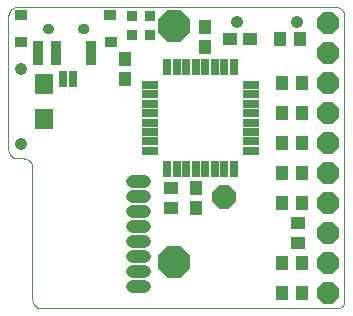
<source format=gts>
G75*
%MOIN*%
%OFA0B0*%
%FSLAX25Y25*%
%IPPOS*%
%LPD*%
%AMOC8*
5,1,8,0,0,1.08239X$1,22.5*
%
%ADD10C,0.00000*%
%ADD11R,0.04337X0.04731*%
%ADD12R,0.04731X0.04337*%
%ADD13R,0.02600X0.05400*%
%ADD14R,0.05400X0.02600*%
%ADD15C,0.04400*%
%ADD16R,0.03550X0.03550*%
%ADD17C,0.04200*%
%ADD18OC8,0.10400*%
%ADD19R,0.05912X0.06699*%
%ADD20R,0.03550X0.08274*%
%ADD21R,0.03943X0.03550*%
%ADD22R,0.04337X0.03550*%
%ADD23C,0.03550*%
%ADD24OC8,0.07400*%
%ADD25R,0.02900X0.05400*%
%ADD26OC8,0.08000*%
D10*
X0086078Y0053500D02*
X0086185Y0053498D01*
X0086292Y0053492D01*
X0086399Y0053483D01*
X0086505Y0053469D01*
X0086611Y0053452D01*
X0086716Y0053431D01*
X0086820Y0053407D01*
X0086923Y0053378D01*
X0087025Y0053346D01*
X0087126Y0053311D01*
X0087226Y0053272D01*
X0087324Y0053229D01*
X0087421Y0053183D01*
X0087516Y0053133D01*
X0087609Y0053080D01*
X0087700Y0053024D01*
X0087789Y0052964D01*
X0087876Y0052902D01*
X0087960Y0052836D01*
X0088043Y0052767D01*
X0088122Y0052696D01*
X0088199Y0052621D01*
X0088274Y0052544D01*
X0088345Y0052465D01*
X0088414Y0052382D01*
X0088480Y0052298D01*
X0088542Y0052211D01*
X0088602Y0052122D01*
X0088658Y0052031D01*
X0088711Y0051938D01*
X0088761Y0051843D01*
X0088807Y0051746D01*
X0088850Y0051648D01*
X0088889Y0051548D01*
X0088924Y0051447D01*
X0088956Y0051345D01*
X0088985Y0051242D01*
X0089009Y0051138D01*
X0089030Y0051033D01*
X0089047Y0050927D01*
X0089061Y0050821D01*
X0089070Y0050714D01*
X0089076Y0050607D01*
X0089078Y0050500D01*
X0089078Y0006500D01*
X0089080Y0006393D01*
X0089086Y0006286D01*
X0089095Y0006179D01*
X0089109Y0006073D01*
X0089126Y0005967D01*
X0089147Y0005862D01*
X0089171Y0005758D01*
X0089200Y0005655D01*
X0089232Y0005553D01*
X0089267Y0005452D01*
X0089306Y0005352D01*
X0089349Y0005254D01*
X0089395Y0005157D01*
X0089445Y0005062D01*
X0089498Y0004969D01*
X0089554Y0004878D01*
X0089614Y0004789D01*
X0089676Y0004702D01*
X0089742Y0004618D01*
X0089811Y0004535D01*
X0089882Y0004456D01*
X0089957Y0004379D01*
X0090034Y0004304D01*
X0090113Y0004233D01*
X0090196Y0004164D01*
X0090280Y0004098D01*
X0090367Y0004036D01*
X0090456Y0003976D01*
X0090547Y0003920D01*
X0090640Y0003867D01*
X0090735Y0003817D01*
X0090832Y0003771D01*
X0090930Y0003728D01*
X0091030Y0003689D01*
X0091131Y0003654D01*
X0091233Y0003622D01*
X0091336Y0003593D01*
X0091440Y0003569D01*
X0091545Y0003548D01*
X0091651Y0003531D01*
X0091757Y0003517D01*
X0091864Y0003508D01*
X0091971Y0003502D01*
X0092078Y0003500D01*
X0190578Y0003500D01*
X0190676Y0003502D01*
X0190774Y0003508D01*
X0190872Y0003517D01*
X0190969Y0003531D01*
X0191066Y0003548D01*
X0191162Y0003569D01*
X0191257Y0003594D01*
X0191351Y0003622D01*
X0191443Y0003655D01*
X0191535Y0003690D01*
X0191625Y0003730D01*
X0191713Y0003772D01*
X0191800Y0003819D01*
X0191884Y0003868D01*
X0191967Y0003921D01*
X0192047Y0003977D01*
X0192126Y0004037D01*
X0192202Y0004099D01*
X0192275Y0004164D01*
X0192346Y0004232D01*
X0192414Y0004303D01*
X0192479Y0004376D01*
X0192541Y0004452D01*
X0192601Y0004531D01*
X0192657Y0004611D01*
X0192710Y0004694D01*
X0192759Y0004778D01*
X0192806Y0004865D01*
X0192848Y0004953D01*
X0192888Y0005043D01*
X0192923Y0005135D01*
X0192956Y0005227D01*
X0192984Y0005321D01*
X0193009Y0005416D01*
X0193030Y0005512D01*
X0193047Y0005609D01*
X0193061Y0005706D01*
X0193070Y0005804D01*
X0193076Y0005902D01*
X0193078Y0006000D01*
X0193078Y0101000D01*
X0193076Y0101107D01*
X0193070Y0101214D01*
X0193061Y0101321D01*
X0193047Y0101427D01*
X0193030Y0101533D01*
X0193009Y0101638D01*
X0192985Y0101742D01*
X0192956Y0101845D01*
X0192924Y0101947D01*
X0192889Y0102048D01*
X0192850Y0102148D01*
X0192807Y0102246D01*
X0192761Y0102343D01*
X0192711Y0102438D01*
X0192658Y0102531D01*
X0192602Y0102622D01*
X0192542Y0102711D01*
X0192480Y0102798D01*
X0192414Y0102882D01*
X0192345Y0102965D01*
X0192274Y0103044D01*
X0192199Y0103121D01*
X0192122Y0103196D01*
X0192043Y0103267D01*
X0191960Y0103336D01*
X0191876Y0103402D01*
X0191789Y0103464D01*
X0191700Y0103524D01*
X0191609Y0103580D01*
X0191516Y0103633D01*
X0191421Y0103683D01*
X0191324Y0103729D01*
X0191226Y0103772D01*
X0191126Y0103811D01*
X0191025Y0103846D01*
X0190923Y0103878D01*
X0190820Y0103907D01*
X0190716Y0103931D01*
X0190611Y0103952D01*
X0190505Y0103969D01*
X0190399Y0103983D01*
X0190292Y0103992D01*
X0190185Y0103998D01*
X0190078Y0104000D01*
X0084120Y0104000D01*
X0084011Y0103998D01*
X0083903Y0103992D01*
X0083795Y0103983D01*
X0083687Y0103969D01*
X0083580Y0103952D01*
X0083474Y0103931D01*
X0083368Y0103906D01*
X0083263Y0103877D01*
X0083160Y0103844D01*
X0083057Y0103808D01*
X0082956Y0103769D01*
X0082857Y0103725D01*
X0082759Y0103678D01*
X0082663Y0103628D01*
X0082568Y0103574D01*
X0082476Y0103517D01*
X0082386Y0103457D01*
X0082298Y0103393D01*
X0082212Y0103327D01*
X0082129Y0103257D01*
X0082048Y0103185D01*
X0081970Y0103109D01*
X0081894Y0103031D01*
X0081822Y0102950D01*
X0081752Y0102867D01*
X0081686Y0102781D01*
X0081622Y0102693D01*
X0081562Y0102603D01*
X0081505Y0102511D01*
X0081451Y0102416D01*
X0081401Y0102320D01*
X0081354Y0102222D01*
X0081310Y0102123D01*
X0081271Y0102022D01*
X0081235Y0101919D01*
X0081202Y0101816D01*
X0081173Y0101711D01*
X0081148Y0101605D01*
X0081127Y0101499D01*
X0081110Y0101392D01*
X0081096Y0101284D01*
X0081087Y0101176D01*
X0081081Y0101068D01*
X0081079Y0100959D01*
X0081078Y0100959D02*
X0081078Y0056500D01*
X0081080Y0056393D01*
X0081086Y0056286D01*
X0081095Y0056179D01*
X0081109Y0056073D01*
X0081126Y0055967D01*
X0081147Y0055862D01*
X0081171Y0055758D01*
X0081200Y0055655D01*
X0081232Y0055553D01*
X0081267Y0055452D01*
X0081306Y0055352D01*
X0081349Y0055254D01*
X0081395Y0055157D01*
X0081445Y0055062D01*
X0081498Y0054969D01*
X0081554Y0054878D01*
X0081614Y0054789D01*
X0081676Y0054702D01*
X0081742Y0054618D01*
X0081811Y0054535D01*
X0081882Y0054456D01*
X0081957Y0054379D01*
X0082034Y0054304D01*
X0082113Y0054233D01*
X0082196Y0054164D01*
X0082280Y0054098D01*
X0082367Y0054036D01*
X0082456Y0053976D01*
X0082547Y0053920D01*
X0082640Y0053867D01*
X0082735Y0053817D01*
X0082832Y0053771D01*
X0082930Y0053728D01*
X0083030Y0053689D01*
X0083131Y0053654D01*
X0083233Y0053622D01*
X0083336Y0053593D01*
X0083440Y0053569D01*
X0083545Y0053548D01*
X0083651Y0053531D01*
X0083757Y0053517D01*
X0083864Y0053508D01*
X0083971Y0053502D01*
X0084078Y0053500D01*
X0086078Y0053500D01*
X0092722Y0096804D02*
X0092724Y0096883D01*
X0092730Y0096962D01*
X0092740Y0097041D01*
X0092754Y0097119D01*
X0092771Y0097196D01*
X0092793Y0097272D01*
X0092818Y0097347D01*
X0092848Y0097420D01*
X0092880Y0097492D01*
X0092917Y0097563D01*
X0092957Y0097631D01*
X0093000Y0097697D01*
X0093046Y0097761D01*
X0093096Y0097823D01*
X0093149Y0097882D01*
X0093204Y0097938D01*
X0093263Y0097992D01*
X0093324Y0098042D01*
X0093387Y0098090D01*
X0093453Y0098134D01*
X0093521Y0098175D01*
X0093591Y0098212D01*
X0093662Y0098246D01*
X0093736Y0098276D01*
X0093810Y0098302D01*
X0093886Y0098324D01*
X0093963Y0098343D01*
X0094041Y0098358D01*
X0094119Y0098369D01*
X0094198Y0098376D01*
X0094277Y0098379D01*
X0094356Y0098378D01*
X0094435Y0098373D01*
X0094514Y0098364D01*
X0094592Y0098351D01*
X0094669Y0098334D01*
X0094746Y0098314D01*
X0094821Y0098289D01*
X0094895Y0098261D01*
X0094968Y0098229D01*
X0095038Y0098194D01*
X0095107Y0098155D01*
X0095174Y0098112D01*
X0095239Y0098066D01*
X0095301Y0098018D01*
X0095361Y0097966D01*
X0095418Y0097911D01*
X0095472Y0097853D01*
X0095523Y0097793D01*
X0095571Y0097730D01*
X0095616Y0097665D01*
X0095658Y0097597D01*
X0095696Y0097528D01*
X0095730Y0097457D01*
X0095761Y0097384D01*
X0095789Y0097309D01*
X0095812Y0097234D01*
X0095832Y0097157D01*
X0095848Y0097080D01*
X0095860Y0097001D01*
X0095868Y0096923D01*
X0095872Y0096844D01*
X0095872Y0096764D01*
X0095868Y0096685D01*
X0095860Y0096607D01*
X0095848Y0096528D01*
X0095832Y0096451D01*
X0095812Y0096374D01*
X0095789Y0096299D01*
X0095761Y0096224D01*
X0095730Y0096151D01*
X0095696Y0096080D01*
X0095658Y0096011D01*
X0095616Y0095943D01*
X0095571Y0095878D01*
X0095523Y0095815D01*
X0095472Y0095755D01*
X0095418Y0095697D01*
X0095361Y0095642D01*
X0095301Y0095590D01*
X0095239Y0095542D01*
X0095174Y0095496D01*
X0095107Y0095453D01*
X0095038Y0095414D01*
X0094968Y0095379D01*
X0094895Y0095347D01*
X0094821Y0095319D01*
X0094746Y0095294D01*
X0094669Y0095274D01*
X0094592Y0095257D01*
X0094514Y0095244D01*
X0094435Y0095235D01*
X0094356Y0095230D01*
X0094277Y0095229D01*
X0094198Y0095232D01*
X0094119Y0095239D01*
X0094041Y0095250D01*
X0093963Y0095265D01*
X0093886Y0095284D01*
X0093810Y0095306D01*
X0093736Y0095332D01*
X0093662Y0095362D01*
X0093591Y0095396D01*
X0093521Y0095433D01*
X0093453Y0095474D01*
X0093387Y0095518D01*
X0093324Y0095566D01*
X0093263Y0095616D01*
X0093204Y0095670D01*
X0093149Y0095726D01*
X0093096Y0095785D01*
X0093046Y0095847D01*
X0093000Y0095911D01*
X0092957Y0095977D01*
X0092917Y0096045D01*
X0092880Y0096116D01*
X0092848Y0096188D01*
X0092818Y0096261D01*
X0092793Y0096336D01*
X0092771Y0096412D01*
X0092754Y0096489D01*
X0092740Y0096567D01*
X0092730Y0096646D01*
X0092724Y0096725D01*
X0092722Y0096804D01*
X0104533Y0096804D02*
X0104535Y0096883D01*
X0104541Y0096962D01*
X0104551Y0097041D01*
X0104565Y0097119D01*
X0104582Y0097196D01*
X0104604Y0097272D01*
X0104629Y0097347D01*
X0104659Y0097420D01*
X0104691Y0097492D01*
X0104728Y0097563D01*
X0104768Y0097631D01*
X0104811Y0097697D01*
X0104857Y0097761D01*
X0104907Y0097823D01*
X0104960Y0097882D01*
X0105015Y0097938D01*
X0105074Y0097992D01*
X0105135Y0098042D01*
X0105198Y0098090D01*
X0105264Y0098134D01*
X0105332Y0098175D01*
X0105402Y0098212D01*
X0105473Y0098246D01*
X0105547Y0098276D01*
X0105621Y0098302D01*
X0105697Y0098324D01*
X0105774Y0098343D01*
X0105852Y0098358D01*
X0105930Y0098369D01*
X0106009Y0098376D01*
X0106088Y0098379D01*
X0106167Y0098378D01*
X0106246Y0098373D01*
X0106325Y0098364D01*
X0106403Y0098351D01*
X0106480Y0098334D01*
X0106557Y0098314D01*
X0106632Y0098289D01*
X0106706Y0098261D01*
X0106779Y0098229D01*
X0106849Y0098194D01*
X0106918Y0098155D01*
X0106985Y0098112D01*
X0107050Y0098066D01*
X0107112Y0098018D01*
X0107172Y0097966D01*
X0107229Y0097911D01*
X0107283Y0097853D01*
X0107334Y0097793D01*
X0107382Y0097730D01*
X0107427Y0097665D01*
X0107469Y0097597D01*
X0107507Y0097528D01*
X0107541Y0097457D01*
X0107572Y0097384D01*
X0107600Y0097309D01*
X0107623Y0097234D01*
X0107643Y0097157D01*
X0107659Y0097080D01*
X0107671Y0097001D01*
X0107679Y0096923D01*
X0107683Y0096844D01*
X0107683Y0096764D01*
X0107679Y0096685D01*
X0107671Y0096607D01*
X0107659Y0096528D01*
X0107643Y0096451D01*
X0107623Y0096374D01*
X0107600Y0096299D01*
X0107572Y0096224D01*
X0107541Y0096151D01*
X0107507Y0096080D01*
X0107469Y0096011D01*
X0107427Y0095943D01*
X0107382Y0095878D01*
X0107334Y0095815D01*
X0107283Y0095755D01*
X0107229Y0095697D01*
X0107172Y0095642D01*
X0107112Y0095590D01*
X0107050Y0095542D01*
X0106985Y0095496D01*
X0106918Y0095453D01*
X0106849Y0095414D01*
X0106779Y0095379D01*
X0106706Y0095347D01*
X0106632Y0095319D01*
X0106557Y0095294D01*
X0106480Y0095274D01*
X0106403Y0095257D01*
X0106325Y0095244D01*
X0106246Y0095235D01*
X0106167Y0095230D01*
X0106088Y0095229D01*
X0106009Y0095232D01*
X0105930Y0095239D01*
X0105852Y0095250D01*
X0105774Y0095265D01*
X0105697Y0095284D01*
X0105621Y0095306D01*
X0105547Y0095332D01*
X0105473Y0095362D01*
X0105402Y0095396D01*
X0105332Y0095433D01*
X0105264Y0095474D01*
X0105198Y0095518D01*
X0105135Y0095566D01*
X0105074Y0095616D01*
X0105015Y0095670D01*
X0104960Y0095726D01*
X0104907Y0095785D01*
X0104857Y0095847D01*
X0104811Y0095911D01*
X0104768Y0095977D01*
X0104728Y0096045D01*
X0104691Y0096116D01*
X0104659Y0096188D01*
X0104629Y0096261D01*
X0104604Y0096336D01*
X0104582Y0096412D01*
X0104565Y0096489D01*
X0104551Y0096567D01*
X0104541Y0096646D01*
X0104535Y0096725D01*
X0104533Y0096804D01*
D11*
X0119778Y0086646D03*
X0119778Y0079954D03*
X0146675Y0090626D03*
X0146675Y0097319D03*
X0171698Y0093213D03*
X0178390Y0093213D03*
X0178925Y0078750D03*
X0172232Y0078750D03*
X0172232Y0068750D03*
X0178925Y0068750D03*
X0178925Y0058750D03*
X0172232Y0058750D03*
X0172232Y0048750D03*
X0178925Y0048750D03*
X0178925Y0038750D03*
X0172232Y0038750D03*
X0143601Y0036849D03*
X0143601Y0043542D03*
X0172232Y0018750D03*
X0178925Y0018750D03*
X0178925Y0008750D03*
X0172232Y0008750D03*
D12*
X0177528Y0025454D03*
X0177528Y0032146D03*
X0135278Y0036854D03*
X0135278Y0043546D03*
X0154841Y0093256D03*
X0161534Y0093256D03*
D13*
X0156155Y0083926D03*
X0153006Y0083926D03*
X0149856Y0083926D03*
X0146706Y0083926D03*
X0143557Y0083926D03*
X0140407Y0083926D03*
X0137258Y0083926D03*
X0134108Y0083926D03*
X0134108Y0050126D03*
X0137258Y0050126D03*
X0140407Y0050126D03*
X0143557Y0050126D03*
X0146706Y0050126D03*
X0149856Y0050126D03*
X0153006Y0050126D03*
X0156155Y0050126D03*
D14*
X0162032Y0056002D03*
X0162032Y0059152D03*
X0162032Y0062301D03*
X0162032Y0065451D03*
X0162032Y0068600D03*
X0162032Y0071750D03*
X0162032Y0074900D03*
X0162032Y0078049D03*
X0128232Y0078049D03*
X0128232Y0074900D03*
X0128232Y0071750D03*
X0128232Y0068600D03*
X0128232Y0065451D03*
X0128232Y0062301D03*
X0128232Y0059152D03*
X0128232Y0056002D03*
D15*
X0126366Y0046134D02*
X0122366Y0046134D01*
X0122366Y0041134D02*
X0126366Y0041134D01*
X0126366Y0036134D02*
X0122366Y0036134D01*
X0122366Y0031134D02*
X0126366Y0031134D01*
X0126366Y0026134D02*
X0122366Y0026134D01*
X0122366Y0021134D02*
X0126366Y0021134D01*
X0126366Y0016134D02*
X0122366Y0016134D01*
X0122366Y0011134D02*
X0126366Y0011134D01*
D16*
X0128323Y0094526D03*
X0122418Y0094526D03*
X0122371Y0101009D03*
X0128277Y0101009D03*
D17*
X0157279Y0098852D03*
X0177279Y0098852D03*
X0085141Y0083479D03*
X0085141Y0058479D03*
D18*
X0136244Y0018916D03*
X0136244Y0097656D03*
D19*
X0092828Y0078406D03*
X0092828Y0066594D03*
D20*
X0091057Y0088536D03*
X0096962Y0088536D03*
X0108773Y0088536D03*
D21*
X0115163Y0092375D03*
X0085242Y0092375D03*
D22*
X0085439Y0101233D03*
X0114966Y0101233D03*
D23*
X0106108Y0096804D03*
X0094297Y0096804D03*
D24*
X0187578Y0098750D03*
X0187578Y0088750D03*
X0187578Y0078750D03*
X0187578Y0068750D03*
X0187578Y0058750D03*
X0187578Y0048750D03*
X0187578Y0038750D03*
X0187578Y0028750D03*
X0187578Y0018750D03*
X0187578Y0008750D03*
D25*
X0102750Y0080000D03*
X0099207Y0080000D03*
D26*
X0153078Y0040500D03*
M02*

</source>
